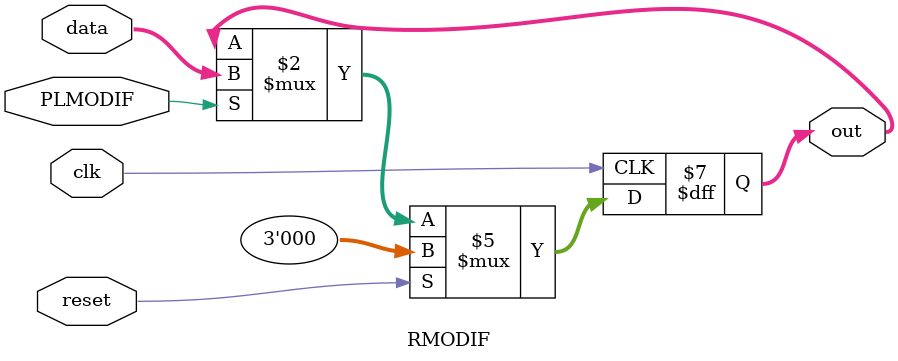
<source format=v>
module RMODIF (data, PLMODIF, reset, clk, out);

    input PLMODIF, reset, clk;
    input [2:0] data;
    output reg [2:0] out;

    always @(posedge clk)
		if(reset)
			out <= 3'b0;
		else
			if(PLMODIF)
				out <= data;

endmodule
</source>
